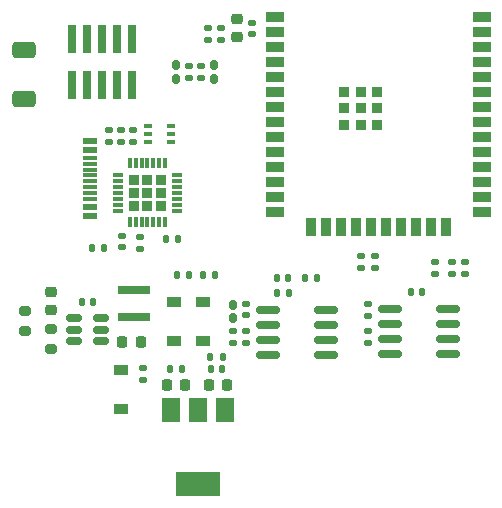
<source format=gbr>
%TF.GenerationSoftware,KiCad,Pcbnew,8.0.6*%
%TF.CreationDate,2025-01-02T16:39:55+00:00*%
%TF.ProjectId,stepper_monitor,73746570-7065-4725-9f6d-6f6e69746f72,rev?*%
%TF.SameCoordinates,Original*%
%TF.FileFunction,Paste,Top*%
%TF.FilePolarity,Positive*%
%FSLAX46Y46*%
G04 Gerber Fmt 4.6, Leading zero omitted, Abs format (unit mm)*
G04 Created by KiCad (PCBNEW 8.0.6) date 2025-01-02 16:39:55*
%MOMM*%
%LPD*%
G01*
G04 APERTURE LIST*
G04 Aperture macros list*
%AMRoundRect*
0 Rectangle with rounded corners*
0 $1 Rounding radius*
0 $2 $3 $4 $5 $6 $7 $8 $9 X,Y pos of 4 corners*
0 Add a 4 corners polygon primitive as box body*
4,1,4,$2,$3,$4,$5,$6,$7,$8,$9,$2,$3,0*
0 Add four circle primitives for the rounded corners*
1,1,$1+$1,$2,$3*
1,1,$1+$1,$4,$5*
1,1,$1+$1,$6,$7*
1,1,$1+$1,$8,$9*
0 Add four rect primitives between the rounded corners*
20,1,$1+$1,$2,$3,$4,$5,0*
20,1,$1+$1,$4,$5,$6,$7,0*
20,1,$1+$1,$6,$7,$8,$9,0*
20,1,$1+$1,$8,$9,$2,$3,0*%
G04 Aperture macros list end*
%ADD10RoundRect,0.150000X-0.512500X-0.150000X0.512500X-0.150000X0.512500X0.150000X-0.512500X0.150000X0*%
%ADD11RoundRect,0.200000X0.275000X-0.200000X0.275000X0.200000X-0.275000X0.200000X-0.275000X-0.200000X0*%
%ADD12RoundRect,0.200000X-0.275000X0.200000X-0.275000X-0.200000X0.275000X-0.200000X0.275000X0.200000X0*%
%ADD13R,2.700000X0.800000*%
%ADD14RoundRect,0.225000X-0.250000X0.225000X-0.250000X-0.225000X0.250000X-0.225000X0.250000X0.225000X0*%
%ADD15RoundRect,0.140000X-0.140000X-0.170000X0.140000X-0.170000X0.140000X0.170000X-0.140000X0.170000X0*%
%ADD16RoundRect,0.225000X-0.225000X-0.250000X0.225000X-0.250000X0.225000X0.250000X-0.225000X0.250000X0*%
%ADD17R,1.500000X0.900000*%
%ADD18R,0.900000X1.500000*%
%ADD19R,0.900000X0.900000*%
%ADD20RoundRect,0.225000X0.225000X0.250000X-0.225000X0.250000X-0.225000X-0.250000X0.225000X-0.250000X0*%
%ADD21RoundRect,0.140000X0.140000X0.170000X-0.140000X0.170000X-0.140000X-0.170000X0.140000X-0.170000X0*%
%ADD22RoundRect,0.140000X0.170000X-0.140000X0.170000X0.140000X-0.170000X0.140000X-0.170000X-0.140000X0*%
%ADD23RoundRect,0.140000X-0.170000X0.140000X-0.170000X-0.140000X0.170000X-0.140000X0.170000X0.140000X0*%
%ADD24RoundRect,0.135000X-0.185000X0.135000X-0.185000X-0.135000X0.185000X-0.135000X0.185000X0.135000X0*%
%ADD25RoundRect,0.135000X-0.135000X-0.185000X0.135000X-0.185000X0.135000X0.185000X-0.135000X0.185000X0*%
%ADD26RoundRect,0.225000X-0.225000X0.225000X-0.225000X-0.225000X0.225000X-0.225000X0.225000X0.225000X0*%
%ADD27RoundRect,0.070000X-0.380000X0.070000X-0.380000X-0.070000X0.380000X-0.070000X0.380000X0.070000X0*%
%ADD28RoundRect,0.070000X-0.070000X0.380000X-0.070000X-0.380000X0.070000X-0.380000X0.070000X0.380000X0*%
%ADD29R,1.150000X0.300000*%
%ADD30R,1.150000X0.600000*%
%ADD31RoundRect,0.150000X0.825000X-0.150000X0.825000X0.150000X-0.825000X0.150000X-0.825000X-0.150000X0*%
%ADD32R,1.200000X0.900000*%
%ADD33RoundRect,0.135000X0.135000X0.185000X-0.135000X0.185000X-0.135000X-0.185000X0.135000X-0.185000X0*%
%ADD34R,1.500000X2.000000*%
%ADD35R,3.800000X2.000000*%
%ADD36RoundRect,0.350000X-0.650000X0.350000X-0.650000X-0.350000X0.650000X-0.350000X0.650000X0.350000X0*%
%ADD37RoundRect,0.135000X0.185000X-0.135000X0.185000X0.135000X-0.185000X0.135000X-0.185000X-0.135000X0*%
%ADD38RoundRect,0.160000X-0.160000X0.222500X-0.160000X-0.222500X0.160000X-0.222500X0.160000X0.222500X0*%
%ADD39R,0.650000X0.400000*%
%ADD40R,0.740000X2.400000*%
G04 APERTURE END LIST*
D10*
%TO.C,U1*%
X6112500Y17200000D03*
X6112500Y16250000D03*
X6112500Y15300000D03*
X8387500Y15300000D03*
X8387500Y16250000D03*
X8387500Y17200000D03*
%TD*%
D11*
%TO.C,R22*%
X4200000Y14625000D03*
X4200000Y16275000D03*
%TD*%
D12*
%TO.C,R21*%
X2000000Y17825000D03*
X2000000Y16175000D03*
%TD*%
D13*
%TO.C,L1*%
X11200000Y17300000D03*
X11200000Y19600000D03*
%TD*%
D14*
%TO.C,C3*%
X4200000Y19475000D03*
X4200000Y17925000D03*
%TD*%
D15*
%TO.C,C2*%
X6820000Y18600000D03*
X7780000Y18600000D03*
%TD*%
D16*
%TO.C,C1*%
X10225000Y15200000D03*
X11775000Y15200000D03*
%TD*%
D17*
%TO.C,U7*%
X23150000Y42720000D03*
X23150000Y41450000D03*
X23150000Y40180000D03*
X23150000Y38910000D03*
X23150000Y37640000D03*
X23150000Y36370000D03*
X23150000Y35100000D03*
X23150000Y33830000D03*
X23150000Y32560000D03*
X23150000Y31290000D03*
X23150000Y30020000D03*
X23150000Y28750000D03*
X23150000Y27480000D03*
X23150000Y26210000D03*
D18*
X26190000Y24960000D03*
X27460000Y24960000D03*
X28730000Y24960000D03*
X30000000Y24960000D03*
X31270000Y24960000D03*
X32540000Y24960000D03*
X33810000Y24960000D03*
X35080000Y24960000D03*
X36350000Y24960000D03*
X37620000Y24960000D03*
D17*
X40650000Y26210000D03*
X40650000Y27480000D03*
X40650000Y28750000D03*
X40650000Y30020000D03*
X40650000Y31290000D03*
X40650000Y32560000D03*
X40650000Y33830000D03*
X40650000Y35100000D03*
X40650000Y36370000D03*
X40650000Y37640000D03*
X40650000Y38910000D03*
X40650000Y40180000D03*
X40650000Y41450000D03*
X40650000Y42720000D03*
D19*
X29000000Y36400000D03*
X29000000Y35000000D03*
X29000000Y33600000D03*
X30400000Y36400000D03*
X30400000Y35000000D03*
X30400000Y33600000D03*
X31800000Y36400000D03*
X31800000Y35000000D03*
X31800000Y33600000D03*
%TD*%
D15*
%TO.C,C8*%
X15246000Y12882400D03*
X14286000Y12882400D03*
%TD*%
D20*
%TO.C,C10*%
X17547000Y11587000D03*
X19097000Y11587000D03*
%TD*%
D21*
%TO.C,C11*%
X17689600Y12907800D03*
X18649600Y12907800D03*
%TD*%
D22*
%TO.C,C4*%
X11700000Y23120000D03*
X11700000Y24080000D03*
%TD*%
D23*
%TO.C,C7*%
X10200000Y24180000D03*
X10200000Y23220000D03*
%TD*%
D24*
%TO.C,R6*%
X19594200Y15108800D03*
X19594200Y16128800D03*
%TD*%
%TO.C,R1*%
X15849600Y38616900D03*
X15849600Y37596900D03*
%TD*%
%TO.C,R2*%
X16916400Y38616900D03*
X16916400Y37596900D03*
%TD*%
D25*
%TO.C,R7*%
X13890000Y23900000D03*
X14910000Y23900000D03*
%TD*%
D26*
%TO.C,U2*%
X13473800Y28958284D03*
X12353800Y28958284D03*
X11233800Y28958284D03*
X13473800Y27838284D03*
X12353800Y27838284D03*
X11233800Y27838284D03*
X13473800Y26718284D03*
X12353800Y26718284D03*
X11233800Y26718284D03*
D27*
X9853800Y29338284D03*
X9853800Y28838284D03*
X9853800Y28338284D03*
X9853800Y27838284D03*
X9853800Y27338284D03*
X9853800Y26838284D03*
X9853800Y26338284D03*
D28*
X10853800Y25338284D03*
X11353800Y25338284D03*
X11853800Y25338284D03*
X12353800Y25338284D03*
X12853800Y25338284D03*
X13353800Y25338284D03*
X13853800Y25338284D03*
D27*
X14853800Y26338284D03*
X14853800Y26838284D03*
X14853800Y27338284D03*
X14853800Y27838284D03*
X14853800Y28338284D03*
X14853800Y28838284D03*
X14853800Y29338284D03*
D28*
X13853800Y30338284D03*
X13353800Y30338284D03*
X12853800Y30338284D03*
X12353800Y30338284D03*
X11853800Y30338284D03*
X11353800Y30338284D03*
X10853800Y30338284D03*
%TD*%
D29*
%TO.C,J4*%
X7454600Y30307400D03*
X7454600Y29307400D03*
X7454600Y28807400D03*
X7454600Y27807400D03*
X7454600Y27307400D03*
X7454600Y28307400D03*
X7454600Y29807400D03*
X7454600Y30807400D03*
D30*
X7454600Y32257400D03*
X7454600Y25857400D03*
X7454600Y31457400D03*
X7454600Y26657400D03*
%TD*%
D24*
%TO.C,R4*%
X9067800Y33199800D03*
X9067800Y32179800D03*
%TD*%
D25*
%TO.C,R5*%
X8710000Y23200000D03*
X7690000Y23200000D03*
%TD*%
D15*
%TO.C,C14*%
X35619000Y19428800D03*
X34659000Y19428800D03*
%TD*%
D31*
%TO.C,U4*%
X32867200Y14196400D03*
X32867200Y15466400D03*
X32867200Y16736400D03*
X32867200Y18006400D03*
X37817200Y18006400D03*
X37817200Y16736400D03*
X37817200Y15466400D03*
X37817200Y14196400D03*
%TD*%
D24*
%TO.C,R17*%
X39274800Y20926000D03*
X39274800Y21946000D03*
%TD*%
D23*
%TO.C,C15*%
X30998800Y17450200D03*
X30998800Y18410200D03*
%TD*%
D24*
%TO.C,R19*%
X30998800Y15159600D03*
X30998800Y16179600D03*
%TD*%
D14*
%TO.C,C12*%
X19900000Y41025000D03*
X19900000Y42575000D03*
%TD*%
D32*
%TO.C,D6*%
X14565000Y18554200D03*
X14565000Y15254200D03*
%TD*%
D33*
%TO.C,R16*%
X17685000Y13898400D03*
X18705000Y13898400D03*
%TD*%
D34*
%TO.C,U3*%
X14320200Y9480000D03*
X16620200Y9480000D03*
D35*
X16620200Y3180000D03*
D34*
X18920200Y9480000D03*
%TD*%
D23*
%TO.C,C9*%
X17452600Y40817800D03*
X17452600Y41777800D03*
%TD*%
D33*
%TO.C,R8*%
X14890000Y20900000D03*
X15910000Y20900000D03*
%TD*%
D23*
%TO.C,C18*%
X20686400Y17475600D03*
X20686400Y18435600D03*
%TD*%
D21*
%TO.C,C16*%
X25713800Y20600000D03*
X26673800Y20600000D03*
%TD*%
D24*
%TO.C,R18*%
X38106400Y20926000D03*
X38106400Y21946000D03*
%TD*%
%TO.C,R15*%
X30405800Y21505000D03*
X30405800Y22525000D03*
%TD*%
D36*
%TO.C,SW1*%
X1879600Y39943800D03*
X1879600Y35743800D03*
%TD*%
D32*
%TO.C,D3*%
X10100000Y9550000D03*
X10100000Y12850000D03*
%TD*%
D24*
%TO.C,R11*%
X11099800Y33199800D03*
X11099800Y32179800D03*
%TD*%
D37*
%TO.C,R3*%
X12000000Y13010000D03*
X12000000Y11990000D03*
%TD*%
D38*
%TO.C,D1*%
X14808200Y38654000D03*
X14808200Y37509000D03*
%TD*%
D37*
%TO.C,R12*%
X18570200Y41810000D03*
X18570200Y40790000D03*
%TD*%
D24*
%TO.C,R14*%
X31625000Y21505000D03*
X31625000Y22525000D03*
%TD*%
D22*
%TO.C,C13*%
X21200000Y42240000D03*
X21200000Y41280000D03*
%TD*%
D39*
%TO.C,Q1*%
X14335800Y32166800D03*
X14335800Y32816800D03*
X14335800Y33466800D03*
X12435800Y33466800D03*
X12435800Y32816800D03*
X12435800Y32166800D03*
%TD*%
D38*
%TO.C,D4*%
X19594200Y17205300D03*
X19594200Y18350300D03*
%TD*%
D33*
%TO.C,R9*%
X17090000Y20900000D03*
X18110000Y20900000D03*
%TD*%
D24*
%TO.C,R20*%
X20686400Y15134200D03*
X20686400Y16154200D03*
%TD*%
D38*
%TO.C,D2*%
X17992100Y38657900D03*
X17992100Y37512900D03*
%TD*%
D31*
%TO.C,U5*%
X22529400Y14145600D03*
X22529400Y15415600D03*
X22529400Y16685600D03*
X22529400Y17955600D03*
X27479400Y17955600D03*
X27479400Y16685600D03*
X27479400Y15415600D03*
X27479400Y14145600D03*
%TD*%
D15*
%TO.C,C19*%
X24286200Y20600000D03*
X23326200Y20600000D03*
%TD*%
%TO.C,C17*%
X24316000Y19327200D03*
X23356000Y19327200D03*
%TD*%
D16*
%TO.C,C6*%
X15566400Y11561600D03*
X14016400Y11561600D03*
%TD*%
D24*
%TO.C,R13*%
X36684000Y20926000D03*
X36684000Y21946000D03*
%TD*%
D37*
%TO.C,R10*%
X10083800Y32179800D03*
X10083800Y33199800D03*
%TD*%
D40*
%TO.C,J5*%
X5994400Y36935200D03*
X5994400Y40835200D03*
X7264400Y36935200D03*
X7264400Y40835200D03*
X8534400Y36935200D03*
X8534400Y40835200D03*
X9804400Y36935200D03*
X9804400Y40835200D03*
X11074400Y36935200D03*
X11074400Y40835200D03*
%TD*%
D32*
%TO.C,D5*%
X17079600Y18554200D03*
X17079600Y15254200D03*
%TD*%
M02*

</source>
